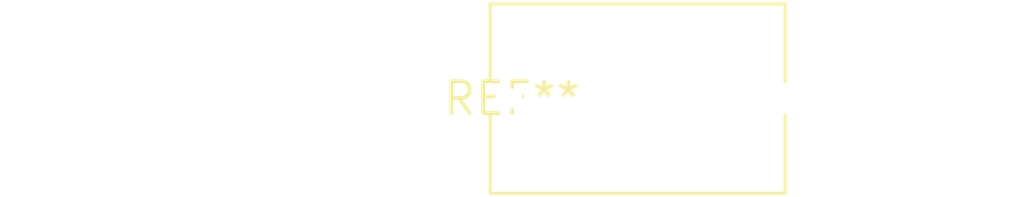
<source format=kicad_pcb>
(kicad_pcb (version 20240108) (generator pcbnew)
  (layers (0 "F.Cu" signal) (31 "B.Cu" signal) (34 "B.Paste" user) (35 "F.Paste" user) (36 "B.SilkS" user "B.Silkscreen") (37 "F.SilkS" user "F.Silkscreen") (38 "B.Mask" user) (39 "F.Mask" user) (44 "Edge.Cuts" user))
  (net 0 "")
  (footprint "C_Rect_L11.5mm_W7.3mm_P10.00mm_MKT" (layer "F.Cu") (at 0 0)
    (property "Reference" "REF**")
    (property "Value" "C_Rect_L11.5mm_W7.3mm_P10.00mm_MKT")
    (fp_line (start -0.87 -3.77) (end -0.87 -0.665) (layer "F.SilkS") (stroke (width 0.12)))
    (fp_line (start -0.87 -3.77) (end 10.87 -3.77) (layer "F.SilkS") (stroke (width 0.12)))
    (fp_line (start -0.87 0.665) (end -0.87 3.77) (layer "F.SilkS") (stroke (width 0.12)))
    (fp_line (start -0.87 3.77) (end 10.87 3.77) (layer "F.SilkS") (stroke (width 0.12)))
    (fp_line (start 10.87 -3.77) (end 10.87 -0.665) (layer "F.SilkS") (stroke (width 0.12)))
    (fp_line (start 10.87 0.665) (end 10.87 3.77) (layer "F.SilkS") (stroke (width 0.12)))
    (pad "1" thru_hole circle (at 0 0) (size 1.6 1.6) (drill 0.8) (layers *.Cu *.Mask) (remove_unused_layers))
    (pad "2" thru_hole circle (at 10 0) (size 1.6 1.6) (drill 0.8) (layers *.Cu *.Mask) (remove_unused_layers))
  )
)
</source>
